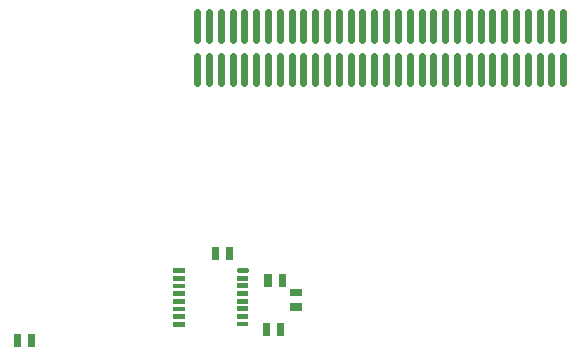
<source format=gbr>
G04 Title: RX Daughterboard, solder paste, solder side *
G04 Creator: pcb-bin 1.99p *
G04 CreationDate: Thu Dec 30 23:48:06 2004 UTC *
G04 For: matt *
G04 Format: Gerber/RS-274X *
G04 PCB-Dimensions: 275000 250000 *
G04 PCB-Coordinate-Origin: lower left *
%MOIN*%
%FSLAX24Y24*%
%IPPOS*%
%ADD11C,0.0100*%
%ADD12C,0.0300*%
%ADD13R,0.0600X0.0600*%
%ADD14R,0.0660X0.0660*%
%ADD15R,0.0900X0.0900X0.0600X0.0600*%
%ADD16R,0.0900X0.0900*%
%ADD17C,0.0600*%
%ADD18C,0.0660*%
%ADD19C,0.0900X0.0600*%
%ADD20C,0.0900*%
%ADD21C,0.0125*%
%AMTHERM1*7,0,0,0.0900,0.0600,0.0125,45*%
%ADD22THERM1*%
%ADD23C,0.1300*%
%ADD24C,0.1360*%
%ADD25C,0.1600X0.1300*%
%ADD26C,0.1600*%
%ADD27C,0.0150*%
%ADD28C,0.0250*%
%ADD29C,0.0080*%
%AMTHERM2*7,0,0,0.0900,0.0600,0.0100,45*%
%ADD30THERM2*%
%ADD31C,0.0200*%
%ADD32R,0.0240X0.0240*%
%ADD33R,0.0440X0.0440*%
%ADD34R,0.0300X0.0300*%
%ADD35C,0.0060*%
%ADD36C,0.0160*%
%ADD37C,0.0460*%
%ADD38C,0.0220*%
%ADD39R,0.0160X0.0160*%
%ADD40R,0.0460X0.0460*%
%ADD41R,0.0220X0.0220*%
%ADD42C,0.0500*%
%ADD43R,0.0200X0.0200*%
%ADD44R,0.0500X0.0500*%
%ADD45R,0.0540X0.0540*%
%ADD46R,0.0650X0.0650*%
%ADD47R,0.0950X0.0950*%
%ADD48C,0.1200X0.0900*%
%ADD49C,0.1200*%
%AMTHERM3*7,0,0,0.1200,0.0900,0.0150,45*%
%ADD50THERM3*%
%ADD51C,0.0720*%
%ADD52C,0.0920X0.0720*%
%ADD53C,0.0920*%
%ADD54C,0.0240*%
%ADD55C,0.0340*%
%ADD56C,0.0119*%
%ADD57C,0.1320*%
%ADD58C,0.1100*%
%ADD59C,0.1520*%
%ADD60C,0.1520X0.1320*%
%ADD61C,0.0400*%
%ADD62C,0.0600X0.0400*%
%AMTHERM4*7,0,0,0.0600,0.0400,0.0100,45*%
%ADD63THERM4*%
%ADD64C,0.0800*%
%ADD65C,0.0800X0.0600*%
%AMTHERM5*7,0,0,0.0800,0.0600,0.0160,45*%
%ADD66THERM5*%
%LNGROUP_3*%
%LPD*%
G01X0Y0D02*
G54D32*X3990Y5040D02*Y4860D01*
X3510Y5040D02*Y4860D01*
G54D36*X10900Y7280D02*X11120D01*
G54D39*X10900Y7020D02*X11120D01*
X10900Y6770D02*X11120D01*
X10900Y6510D02*X11120D01*
X10900Y6250D02*X11120D01*
X10900Y6000D02*X11120D01*
X10900Y5740D02*X11120D01*
X10900Y5490D02*X11120D01*
X8780Y5480D02*X9000D01*
X8780Y5740D02*X9000D01*
X8780Y5990D02*X9000D01*
X8780Y6250D02*X9000D01*
X8780Y6510D02*X9000D01*
X8780Y6760D02*X9000D01*
X8780Y7020D02*X9000D01*
X8780Y7270D02*X9000D01*
G54D32*X12710Y6540D02*X12890D01*
X12710Y6060D02*X12890D01*
X10590Y7940D02*Y7760D01*
X10110Y7940D02*Y7760D01*
X11810Y5390D02*Y5210D01*
X12290Y5390D02*Y5210D01*
X11860Y7040D02*Y6860D01*
X12340Y7040D02*Y6860D01*
G54D54*X9499Y14428D02*Y13518D01*
X21704Y15881D02*Y14971D01*
X10286Y14428D02*Y13518D01*
X9893Y14428D02*Y13518D01*
X10680Y14428D02*Y13518D01*
X9499Y15881D02*Y14971D01*
X11074Y14428D02*Y13518D01*
X10286Y15881D02*Y14971D01*
X11467Y14428D02*Y13518D01*
X10680Y15881D02*Y14971D01*
X11861Y14428D02*Y13518D01*
X11074Y15881D02*Y14971D01*
X12255Y14428D02*Y13518D01*
X11467Y15881D02*Y14971D01*
X12648Y14428D02*Y13518D01*
X11861Y15881D02*Y14971D01*
X13042Y14428D02*Y13518D01*
X12255Y15881D02*Y14971D01*
X13436Y14428D02*Y13518D01*
X12648Y15881D02*Y14971D01*
X13042Y15881D02*Y14971D01*
X13436Y15881D02*Y14971D01*
X13830Y15881D02*Y14971D01*
X14223Y15881D02*Y14971D01*
X14617Y15881D02*Y14971D01*
X15011Y15881D02*Y14971D01*
X15404Y15881D02*Y14971D01*
X15798Y15881D02*Y14971D01*
X16192Y15881D02*Y14971D01*
X16585Y15881D02*Y14971D01*
X16979Y15881D02*Y14971D01*
X17373Y15881D02*Y14971D01*
X17767Y15881D02*Y14971D01*
X18160Y15881D02*Y14971D01*
X18554Y15881D02*Y14971D01*
X19341Y15881D02*Y14971D01*
X18948Y15881D02*Y14971D01*
X19735Y15881D02*Y14971D01*
X20129Y15881D02*Y14971D01*
X20522Y15881D02*Y14971D01*
X20916Y15881D02*Y14971D01*
X9893Y15881D02*Y14971D01*
X13830Y14428D02*Y13518D01*
X14223Y14428D02*Y13518D01*
X14617Y14428D02*Y13518D01*
X15011Y14428D02*Y13518D01*
X15404Y14428D02*Y13518D01*
X15798Y14428D02*Y13518D01*
X16192Y14428D02*Y13518D01*
X16585Y14428D02*Y13518D01*
X16979Y14428D02*Y13518D01*
X17373Y14428D02*Y13518D01*
X17767Y14428D02*Y13518D01*
X18160Y14428D02*Y13518D01*
X18554Y14428D02*Y13518D01*
X18948Y14428D02*Y13518D01*
X19341Y14428D02*Y13518D01*
X19735Y14428D02*Y13518D01*
X20129Y14428D02*Y13518D01*
X20522Y14428D02*Y13518D01*
X20916Y14428D02*Y13518D01*
X21310Y14428D02*Y13518D01*
X21704Y14428D02*Y13518D01*
X21310Y15881D02*Y14971D01*
M02*

</source>
